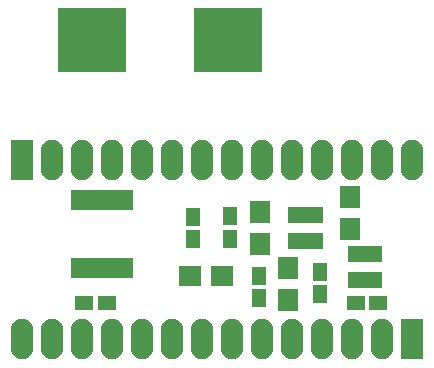
<source format=gbr>
G04 #@! TF.FileFunction,Soldermask,Top*
%FSLAX46Y46*%
G04 Gerber Fmt 4.6, Leading zero omitted, Abs format (unit mm)*
G04 Created by KiCad (PCBNEW 4.0.2-stable) date 04/04/2016 12:25:54*
%MOMM*%
G01*
G04 APERTURE LIST*
%ADD10C,0.100000*%
%ADD11O,1.906220X3.414980*%
%ADD12R,1.906220X3.414980*%
%ADD13R,5.800000X5.400000*%
%ADD14R,1.700000X1.900000*%
%ADD15R,1.900000X1.700000*%
%ADD16R,1.050000X1.460000*%
%ADD17R,0.750520X1.799540*%
%ADD18R,1.150000X1.600000*%
%ADD19R,1.600000X1.150000*%
G04 APERTURE END LIST*
D10*
D11*
X144940000Y-97100000D03*
X147480000Y-97100000D03*
X150020000Y-97100000D03*
X152560000Y-97100000D03*
X155100000Y-97100000D03*
X157640000Y-97100000D03*
X160180000Y-97100000D03*
X162720000Y-97100000D03*
X165260000Y-97100000D03*
X142400000Y-97100000D03*
X139860000Y-97100000D03*
X137320000Y-97100000D03*
X167800000Y-97100000D03*
D12*
X134780000Y-97100000D03*
D11*
X157580000Y-112300000D03*
X155040000Y-112300000D03*
X152500000Y-112300000D03*
X149960000Y-112300000D03*
X147420000Y-112300000D03*
X144880000Y-112300000D03*
X142340000Y-112300000D03*
X139800000Y-112300000D03*
X137260000Y-112300000D03*
X160120000Y-112300000D03*
X162660000Y-112300000D03*
X165200000Y-112300000D03*
X134720000Y-112300000D03*
D12*
X167740000Y-112300000D03*
D13*
X140700000Y-87000000D03*
X152200000Y-87000000D03*
D14*
X162560000Y-102950000D03*
X162560000Y-100250000D03*
X157300000Y-106300000D03*
X157300000Y-109000000D03*
X154940000Y-104220000D03*
X154940000Y-101520000D03*
D15*
X149000000Y-107000000D03*
X151700000Y-107000000D03*
D16*
X157800000Y-103970000D03*
X158750000Y-103970000D03*
X159700000Y-103970000D03*
X157800000Y-101770000D03*
X158750000Y-101770000D03*
X159700000Y-101770000D03*
D17*
X143775840Y-100524720D03*
X143125600Y-100524720D03*
X142475360Y-100524720D03*
X141825120Y-100524720D03*
X141174880Y-100524720D03*
X140524640Y-100524720D03*
X139874400Y-100524720D03*
X139224160Y-100524720D03*
X139224160Y-106275280D03*
X139874400Y-106275280D03*
X140524640Y-106275280D03*
X141174880Y-106275280D03*
X141825120Y-106275280D03*
X142475360Y-106275280D03*
X143125600Y-106275280D03*
X143775840Y-106275280D03*
D16*
X162850000Y-107300000D03*
X163800000Y-107300000D03*
X164750000Y-107300000D03*
X162850000Y-105100000D03*
X163800000Y-105100000D03*
X164750000Y-105100000D03*
D18*
X152400000Y-103820000D03*
X152400000Y-101920000D03*
X149200000Y-103850000D03*
X149200000Y-101950000D03*
X154800000Y-106950000D03*
X154800000Y-108850000D03*
D19*
X163000000Y-109220000D03*
X164900000Y-109220000D03*
D18*
X160000000Y-108500000D03*
X160000000Y-106600000D03*
D19*
X140020000Y-109220000D03*
X141920000Y-109220000D03*
M02*

</source>
